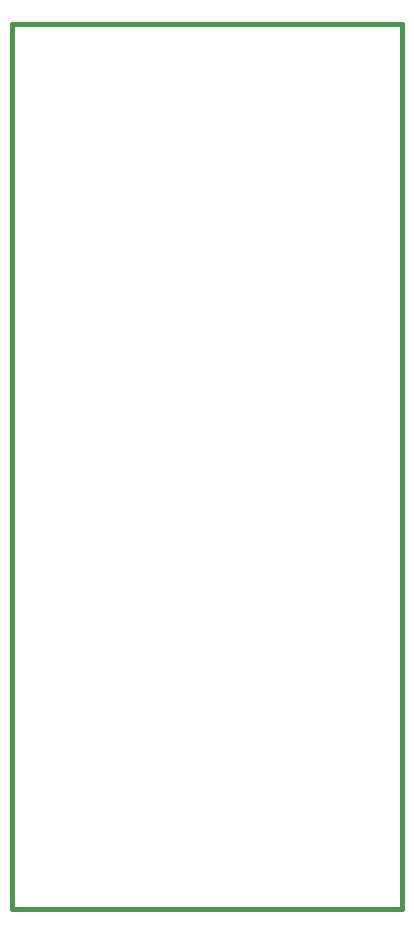
<source format=gbo>
G75*
G70*
%OFA0B0*%
%FSLAX24Y24*%
%IPPOS*%
%LPD*%
%AMOC8*
5,1,8,0,0,1.08239X$1,22.5*
%
%ADD10C,0.0160*%
D10*
X000242Y000181D02*
X013242Y000181D01*
X013242Y029681D01*
X000242Y029681D01*
X000242Y000181D01*
M02*

</source>
